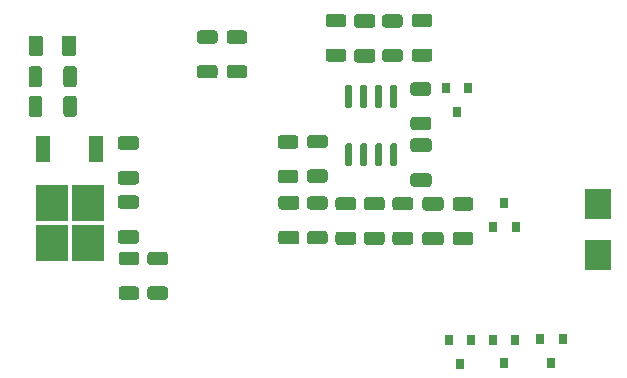
<source format=gbr>
G04 #@! TF.GenerationSoftware,KiCad,Pcbnew,(5.1.8)-1*
G04 #@! TF.CreationDate,2021-04-25T20:11:44+02:00*
G04 #@! TF.ProjectId,FSG_Reference,4653475f-5265-4666-9572-656e63652e6b,rev?*
G04 #@! TF.SameCoordinates,Original*
G04 #@! TF.FileFunction,Paste,Bot*
G04 #@! TF.FilePolarity,Positive*
%FSLAX46Y46*%
G04 Gerber Fmt 4.6, Leading zero omitted, Abs format (unit mm)*
G04 Created by KiCad (PCBNEW (5.1.8)-1) date 2021-04-25 20:11:44*
%MOMM*%
%LPD*%
G01*
G04 APERTURE LIST*
%ADD10R,2.750000X3.050000*%
%ADD11R,1.200000X2.200000*%
%ADD12R,2.300000X2.500000*%
%ADD13R,0.800000X0.900000*%
G04 APERTURE END LIST*
G36*
G01*
X94224001Y-152465200D02*
X92973999Y-152465200D01*
G75*
G02*
X92724000Y-152215201I0J249999D01*
G01*
X92724000Y-151590199D01*
G75*
G02*
X92973999Y-151340200I249999J0D01*
G01*
X94224001Y-151340200D01*
G75*
G02*
X94474000Y-151590199I0J-249999D01*
G01*
X94474000Y-152215201D01*
G75*
G02*
X94224001Y-152465200I-249999J0D01*
G01*
G37*
G36*
G01*
X94224001Y-155390200D02*
X92973999Y-155390200D01*
G75*
G02*
X92724000Y-155140201I0J249999D01*
G01*
X92724000Y-154515199D01*
G75*
G02*
X92973999Y-154265200I249999J0D01*
G01*
X94224001Y-154265200D01*
G75*
G02*
X94474000Y-154515199I0J-249999D01*
G01*
X94474000Y-155140201D01*
G75*
G02*
X94224001Y-155390200I-249999J0D01*
G01*
G37*
D10*
X76632800Y-157100400D03*
X73582800Y-160450400D03*
X73582800Y-157100400D03*
X76632800Y-160450400D03*
D11*
X77387800Y-152475400D03*
X72827800Y-152475400D03*
D12*
X119888000Y-157149800D03*
X119888000Y-161449800D03*
G36*
G01*
X74585400Y-149544801D02*
X74585400Y-148244799D01*
G75*
G02*
X74835399Y-147994800I249999J0D01*
G01*
X75485401Y-147994800D01*
G75*
G02*
X75735400Y-148244799I0J-249999D01*
G01*
X75735400Y-149544801D01*
G75*
G02*
X75485401Y-149794800I-249999J0D01*
G01*
X74835399Y-149794800D01*
G75*
G02*
X74585400Y-149544801I0J249999D01*
G01*
G37*
G36*
G01*
X71635400Y-149544801D02*
X71635400Y-148244799D01*
G75*
G02*
X71885399Y-147994800I249999J0D01*
G01*
X72535401Y-147994800D01*
G75*
G02*
X72785400Y-148244799I0J-249999D01*
G01*
X72785400Y-149544801D01*
G75*
G02*
X72535401Y-149794800I-249999J0D01*
G01*
X71885399Y-149794800D01*
G75*
G02*
X71635400Y-149544801I0J249999D01*
G01*
G37*
D13*
X115910400Y-170605200D03*
X116860400Y-168605200D03*
X114960400Y-168605200D03*
G36*
G01*
X79436199Y-159372400D02*
X80736201Y-159372400D01*
G75*
G02*
X80986200Y-159622399I0J-249999D01*
G01*
X80986200Y-160272401D01*
G75*
G02*
X80736201Y-160522400I-249999J0D01*
G01*
X79436199Y-160522400D01*
G75*
G02*
X79186200Y-160272401I0J249999D01*
G01*
X79186200Y-159622399D01*
G75*
G02*
X79436199Y-159372400I249999J0D01*
G01*
G37*
G36*
G01*
X79436199Y-156422400D02*
X80736201Y-156422400D01*
G75*
G02*
X80986200Y-156672399I0J-249999D01*
G01*
X80986200Y-157322401D01*
G75*
G02*
X80736201Y-157572400I-249999J0D01*
G01*
X79436199Y-157572400D01*
G75*
G02*
X79186200Y-157322401I0J249999D01*
G01*
X79186200Y-156672399D01*
G75*
G02*
X79436199Y-156422400I249999J0D01*
G01*
G37*
G36*
G01*
X99126201Y-157697600D02*
X97876199Y-157697600D01*
G75*
G02*
X97626200Y-157447601I0J249999D01*
G01*
X97626200Y-156822599D01*
G75*
G02*
X97876199Y-156572600I249999J0D01*
G01*
X99126201Y-156572600D01*
G75*
G02*
X99376200Y-156822599I0J-249999D01*
G01*
X99376200Y-157447601D01*
G75*
G02*
X99126201Y-157697600I-249999J0D01*
G01*
G37*
G36*
G01*
X99126201Y-160622600D02*
X97876199Y-160622600D01*
G75*
G02*
X97626200Y-160372601I0J249999D01*
G01*
X97626200Y-159747599D01*
G75*
G02*
X97876199Y-159497600I249999J0D01*
G01*
X99126201Y-159497600D01*
G75*
G02*
X99376200Y-159747599I0J-249999D01*
G01*
X99376200Y-160372601D01*
G75*
G02*
X99126201Y-160622600I-249999J0D01*
G01*
G37*
G36*
G01*
X105476201Y-147980100D02*
X104226199Y-147980100D01*
G75*
G02*
X103976200Y-147730101I0J249999D01*
G01*
X103976200Y-147105099D01*
G75*
G02*
X104226199Y-146855100I249999J0D01*
G01*
X105476201Y-146855100D01*
G75*
G02*
X105726200Y-147105099I0J-249999D01*
G01*
X105726200Y-147730101D01*
G75*
G02*
X105476201Y-147980100I-249999J0D01*
G01*
G37*
G36*
G01*
X105476201Y-150905100D02*
X104226199Y-150905100D01*
G75*
G02*
X103976200Y-150655101I0J249999D01*
G01*
X103976200Y-150030099D01*
G75*
G02*
X104226199Y-149780100I249999J0D01*
G01*
X105476201Y-149780100D01*
G75*
G02*
X105726200Y-150030099I0J-249999D01*
G01*
X105726200Y-150655101D01*
G75*
G02*
X105476201Y-150905100I-249999J0D01*
G01*
G37*
G36*
G01*
X100289199Y-159497600D02*
X101539201Y-159497600D01*
G75*
G02*
X101789200Y-159747599I0J-249999D01*
G01*
X101789200Y-160372601D01*
G75*
G02*
X101539201Y-160622600I-249999J0D01*
G01*
X100289199Y-160622600D01*
G75*
G02*
X100039200Y-160372601I0J249999D01*
G01*
X100039200Y-159747599D01*
G75*
G02*
X100289199Y-159497600I249999J0D01*
G01*
G37*
G36*
G01*
X100289199Y-156572600D02*
X101539201Y-156572600D01*
G75*
G02*
X101789200Y-156822599I0J-249999D01*
G01*
X101789200Y-157447601D01*
G75*
G02*
X101539201Y-157697600I-249999J0D01*
G01*
X100289199Y-157697600D01*
G75*
G02*
X100039200Y-157447601I0J249999D01*
G01*
X100039200Y-156822599D01*
G75*
G02*
X100289199Y-156572600I249999J0D01*
G01*
G37*
G36*
G01*
X103952201Y-157695600D02*
X102702199Y-157695600D01*
G75*
G02*
X102452200Y-157445601I0J249999D01*
G01*
X102452200Y-156820599D01*
G75*
G02*
X102702199Y-156570600I249999J0D01*
G01*
X103952201Y-156570600D01*
G75*
G02*
X104202200Y-156820599I0J-249999D01*
G01*
X104202200Y-157445601D01*
G75*
G02*
X103952201Y-157695600I-249999J0D01*
G01*
G37*
G36*
G01*
X103952201Y-160620600D02*
X102702199Y-160620600D01*
G75*
G02*
X102452200Y-160370601I0J249999D01*
G01*
X102452200Y-159745599D01*
G75*
G02*
X102702199Y-159495600I249999J0D01*
G01*
X103952201Y-159495600D01*
G75*
G02*
X104202200Y-159745599I0J-249999D01*
G01*
X104202200Y-160370601D01*
G75*
G02*
X103952201Y-160620600I-249999J0D01*
G01*
G37*
G36*
G01*
X105577801Y-142192900D02*
X104327799Y-142192900D01*
G75*
G02*
X104077800Y-141942901I0J249999D01*
G01*
X104077800Y-141317899D01*
G75*
G02*
X104327799Y-141067900I249999J0D01*
G01*
X105577801Y-141067900D01*
G75*
G02*
X105827800Y-141317899I0J-249999D01*
G01*
X105827800Y-141942901D01*
G75*
G02*
X105577801Y-142192900I-249999J0D01*
G01*
G37*
G36*
G01*
X105577801Y-145117900D02*
X104327799Y-145117900D01*
G75*
G02*
X104077800Y-144867901I0J249999D01*
G01*
X104077800Y-144242899D01*
G75*
G02*
X104327799Y-143992900I249999J0D01*
G01*
X105577801Y-143992900D01*
G75*
G02*
X105827800Y-144242899I0J-249999D01*
G01*
X105827800Y-144867901D01*
G75*
G02*
X105577801Y-145117900I-249999J0D01*
G01*
G37*
G36*
G01*
X101825899Y-144018300D02*
X103075901Y-144018300D01*
G75*
G02*
X103325900Y-144268299I0J-249999D01*
G01*
X103325900Y-144893301D01*
G75*
G02*
X103075901Y-145143300I-249999J0D01*
G01*
X101825899Y-145143300D01*
G75*
G02*
X101575900Y-144893301I0J249999D01*
G01*
X101575900Y-144268299D01*
G75*
G02*
X101825899Y-144018300I249999J0D01*
G01*
G37*
G36*
G01*
X101825899Y-141093300D02*
X103075901Y-141093300D01*
G75*
G02*
X103325900Y-141343299I0J-249999D01*
G01*
X103325900Y-141968301D01*
G75*
G02*
X103075901Y-142218300I-249999J0D01*
G01*
X101825899Y-142218300D01*
G75*
G02*
X101575900Y-141968301I0J249999D01*
G01*
X101575900Y-141343299D01*
G75*
G02*
X101825899Y-141093300I249999J0D01*
G01*
G37*
G36*
G01*
X109044901Y-157710300D02*
X107794899Y-157710300D01*
G75*
G02*
X107544900Y-157460301I0J249999D01*
G01*
X107544900Y-156835299D01*
G75*
G02*
X107794899Y-156585300I249999J0D01*
G01*
X109044901Y-156585300D01*
G75*
G02*
X109294900Y-156835299I0J-249999D01*
G01*
X109294900Y-157460301D01*
G75*
G02*
X109044901Y-157710300I-249999J0D01*
G01*
G37*
G36*
G01*
X109044901Y-160635300D02*
X107794899Y-160635300D01*
G75*
G02*
X107544900Y-160385301I0J249999D01*
G01*
X107544900Y-159760299D01*
G75*
G02*
X107794899Y-159510300I249999J0D01*
G01*
X109044901Y-159510300D01*
G75*
G02*
X109294900Y-159760299I0J-249999D01*
G01*
X109294900Y-160385301D01*
G75*
G02*
X109044901Y-160635300I-249999J0D01*
G01*
G37*
G36*
G01*
X98288001Y-142192900D02*
X97037999Y-142192900D01*
G75*
G02*
X96788000Y-141942901I0J249999D01*
G01*
X96788000Y-141317899D01*
G75*
G02*
X97037999Y-141067900I249999J0D01*
G01*
X98288001Y-141067900D01*
G75*
G02*
X98538000Y-141317899I0J-249999D01*
G01*
X98538000Y-141942901D01*
G75*
G02*
X98288001Y-142192900I-249999J0D01*
G01*
G37*
G36*
G01*
X98288001Y-145117900D02*
X97037999Y-145117900D01*
G75*
G02*
X96788000Y-144867901I0J249999D01*
G01*
X96788000Y-144242899D01*
G75*
G02*
X97037999Y-143992900I249999J0D01*
G01*
X98288001Y-143992900D01*
G75*
G02*
X98538000Y-144242899I0J-249999D01*
G01*
X98538000Y-144867901D01*
G75*
G02*
X98288001Y-145117900I-249999J0D01*
G01*
G37*
G36*
G01*
X80762001Y-162335100D02*
X79511999Y-162335100D01*
G75*
G02*
X79262000Y-162085101I0J249999D01*
G01*
X79262000Y-161460099D01*
G75*
G02*
X79511999Y-161210100I249999J0D01*
G01*
X80762001Y-161210100D01*
G75*
G02*
X81012000Y-161460099I0J-249999D01*
G01*
X81012000Y-162085101D01*
G75*
G02*
X80762001Y-162335100I-249999J0D01*
G01*
G37*
G36*
G01*
X80762001Y-165260100D02*
X79511999Y-165260100D01*
G75*
G02*
X79262000Y-165010101I0J249999D01*
G01*
X79262000Y-164385099D01*
G75*
G02*
X79511999Y-164135100I249999J0D01*
G01*
X80762001Y-164135100D01*
G75*
G02*
X81012000Y-164385099I0J-249999D01*
G01*
X81012000Y-165010101D01*
G75*
G02*
X80762001Y-165260100I-249999J0D01*
G01*
G37*
G36*
G01*
X81950399Y-164135100D02*
X83200401Y-164135100D01*
G75*
G02*
X83450400Y-164385099I0J-249999D01*
G01*
X83450400Y-165010101D01*
G75*
G02*
X83200401Y-165260100I-249999J0D01*
G01*
X81950399Y-165260100D01*
G75*
G02*
X81700400Y-165010101I0J249999D01*
G01*
X81700400Y-164385099D01*
G75*
G02*
X81950399Y-164135100I249999J0D01*
G01*
G37*
G36*
G01*
X81950399Y-161210100D02*
X83200401Y-161210100D01*
G75*
G02*
X83450400Y-161460099I0J-249999D01*
G01*
X83450400Y-162085101D01*
G75*
G02*
X83200401Y-162335100I-249999J0D01*
G01*
X81950399Y-162335100D01*
G75*
G02*
X81700400Y-162085101I0J249999D01*
G01*
X81700400Y-161460099D01*
G75*
G02*
X81950399Y-161210100I249999J0D01*
G01*
G37*
G36*
G01*
X89906001Y-143585900D02*
X88655999Y-143585900D01*
G75*
G02*
X88406000Y-143335901I0J249999D01*
G01*
X88406000Y-142710899D01*
G75*
G02*
X88655999Y-142460900I249999J0D01*
G01*
X89906001Y-142460900D01*
G75*
G02*
X90156000Y-142710899I0J-249999D01*
G01*
X90156000Y-143335901D01*
G75*
G02*
X89906001Y-143585900I-249999J0D01*
G01*
G37*
G36*
G01*
X89906001Y-146510900D02*
X88655999Y-146510900D01*
G75*
G02*
X88406000Y-146260901I0J249999D01*
G01*
X88406000Y-145635899D01*
G75*
G02*
X88655999Y-145385900I249999J0D01*
G01*
X89906001Y-145385900D01*
G75*
G02*
X90156000Y-145635899I0J-249999D01*
G01*
X90156000Y-146260901D01*
G75*
G02*
X89906001Y-146510900I-249999J0D01*
G01*
G37*
G36*
G01*
X87391401Y-143585900D02*
X86141399Y-143585900D01*
G75*
G02*
X85891400Y-143335901I0J249999D01*
G01*
X85891400Y-142710899D01*
G75*
G02*
X86141399Y-142460900I249999J0D01*
G01*
X87391401Y-142460900D01*
G75*
G02*
X87641400Y-142710899I0J-249999D01*
G01*
X87641400Y-143335901D01*
G75*
G02*
X87391401Y-143585900I-249999J0D01*
G01*
G37*
G36*
G01*
X87391401Y-146510900D02*
X86141399Y-146510900D01*
G75*
G02*
X85891400Y-146260901I0J249999D01*
G01*
X85891400Y-145635899D01*
G75*
G02*
X86141399Y-145385900I249999J0D01*
G01*
X87391401Y-145385900D01*
G75*
G02*
X87641400Y-145635899I0J-249999D01*
G01*
X87641400Y-146260901D01*
G75*
G02*
X87391401Y-146510900I-249999J0D01*
G01*
G37*
G36*
G01*
X105526601Y-152746400D02*
X104226599Y-152746400D01*
G75*
G02*
X103976600Y-152496401I0J249999D01*
G01*
X103976600Y-151846399D01*
G75*
G02*
X104226599Y-151596400I249999J0D01*
G01*
X105526601Y-151596400D01*
G75*
G02*
X105776600Y-151846399I0J-249999D01*
G01*
X105776600Y-152496401D01*
G75*
G02*
X105526601Y-152746400I-249999J0D01*
G01*
G37*
G36*
G01*
X105526601Y-155696400D02*
X104226599Y-155696400D01*
G75*
G02*
X103976600Y-155446401I0J249999D01*
G01*
X103976600Y-154796399D01*
G75*
G02*
X104226599Y-154546400I249999J0D01*
G01*
X105526601Y-154546400D01*
G75*
G02*
X105776600Y-154796399I0J-249999D01*
G01*
X105776600Y-155446401D01*
G75*
G02*
X105526601Y-155696400I-249999J0D01*
G01*
G37*
G36*
G01*
X80736201Y-152566800D02*
X79436199Y-152566800D01*
G75*
G02*
X79186200Y-152316801I0J249999D01*
G01*
X79186200Y-151666799D01*
G75*
G02*
X79436199Y-151416800I249999J0D01*
G01*
X80736201Y-151416800D01*
G75*
G02*
X80986200Y-151666799I0J-249999D01*
G01*
X80986200Y-152316801D01*
G75*
G02*
X80736201Y-152566800I-249999J0D01*
G01*
G37*
G36*
G01*
X80736201Y-155516800D02*
X79436199Y-155516800D01*
G75*
G02*
X79186200Y-155266801I0J249999D01*
G01*
X79186200Y-154616799D01*
G75*
G02*
X79436199Y-154366800I249999J0D01*
G01*
X80736201Y-154366800D01*
G75*
G02*
X80986200Y-154616799I0J-249999D01*
G01*
X80986200Y-155266801D01*
G75*
G02*
X80736201Y-155516800I-249999J0D01*
G01*
G37*
G36*
G01*
X100751401Y-142230800D02*
X99451399Y-142230800D01*
G75*
G02*
X99201400Y-141980801I0J249999D01*
G01*
X99201400Y-141330799D01*
G75*
G02*
X99451399Y-141080800I249999J0D01*
G01*
X100751401Y-141080800D01*
G75*
G02*
X101001400Y-141330799I0J-249999D01*
G01*
X101001400Y-141980801D01*
G75*
G02*
X100751401Y-142230800I-249999J0D01*
G01*
G37*
G36*
G01*
X100751401Y-145180800D02*
X99451399Y-145180800D01*
G75*
G02*
X99201400Y-144930801I0J249999D01*
G01*
X99201400Y-144280799D01*
G75*
G02*
X99451399Y-144030800I249999J0D01*
G01*
X100751401Y-144030800D01*
G75*
G02*
X101001400Y-144280799I0J-249999D01*
G01*
X101001400Y-144930801D01*
G75*
G02*
X100751401Y-145180800I-249999J0D01*
G01*
G37*
G36*
G01*
X74585400Y-147030201D02*
X74585400Y-145730199D01*
G75*
G02*
X74835399Y-145480200I249999J0D01*
G01*
X75485401Y-145480200D01*
G75*
G02*
X75735400Y-145730199I0J-249999D01*
G01*
X75735400Y-147030201D01*
G75*
G02*
X75485401Y-147280200I-249999J0D01*
G01*
X74835399Y-147280200D01*
G75*
G02*
X74585400Y-147030201I0J249999D01*
G01*
G37*
G36*
G01*
X71635400Y-147030201D02*
X71635400Y-145730199D01*
G75*
G02*
X71885399Y-145480200I249999J0D01*
G01*
X72535401Y-145480200D01*
G75*
G02*
X72785400Y-145730199I0J-249999D01*
G01*
X72785400Y-147030201D01*
G75*
G02*
X72535401Y-147280200I-249999J0D01*
G01*
X71885399Y-147280200D01*
G75*
G02*
X71635400Y-147030201I0J249999D01*
G01*
G37*
G36*
G01*
X98579800Y-152009200D02*
X98879800Y-152009200D01*
G75*
G02*
X99029800Y-152159200I0J-150000D01*
G01*
X99029800Y-153809200D01*
G75*
G02*
X98879800Y-153959200I-150000J0D01*
G01*
X98579800Y-153959200D01*
G75*
G02*
X98429800Y-153809200I0J150000D01*
G01*
X98429800Y-152159200D01*
G75*
G02*
X98579800Y-152009200I150000J0D01*
G01*
G37*
G36*
G01*
X99849800Y-152009200D02*
X100149800Y-152009200D01*
G75*
G02*
X100299800Y-152159200I0J-150000D01*
G01*
X100299800Y-153809200D01*
G75*
G02*
X100149800Y-153959200I-150000J0D01*
G01*
X99849800Y-153959200D01*
G75*
G02*
X99699800Y-153809200I0J150000D01*
G01*
X99699800Y-152159200D01*
G75*
G02*
X99849800Y-152009200I150000J0D01*
G01*
G37*
G36*
G01*
X101119800Y-152009200D02*
X101419800Y-152009200D01*
G75*
G02*
X101569800Y-152159200I0J-150000D01*
G01*
X101569800Y-153809200D01*
G75*
G02*
X101419800Y-153959200I-150000J0D01*
G01*
X101119800Y-153959200D01*
G75*
G02*
X100969800Y-153809200I0J150000D01*
G01*
X100969800Y-152159200D01*
G75*
G02*
X101119800Y-152009200I150000J0D01*
G01*
G37*
G36*
G01*
X102389800Y-152009200D02*
X102689800Y-152009200D01*
G75*
G02*
X102839800Y-152159200I0J-150000D01*
G01*
X102839800Y-153809200D01*
G75*
G02*
X102689800Y-153959200I-150000J0D01*
G01*
X102389800Y-153959200D01*
G75*
G02*
X102239800Y-153809200I0J150000D01*
G01*
X102239800Y-152159200D01*
G75*
G02*
X102389800Y-152009200I150000J0D01*
G01*
G37*
G36*
G01*
X102389800Y-147059200D02*
X102689800Y-147059200D01*
G75*
G02*
X102839800Y-147209200I0J-150000D01*
G01*
X102839800Y-148859200D01*
G75*
G02*
X102689800Y-149009200I-150000J0D01*
G01*
X102389800Y-149009200D01*
G75*
G02*
X102239800Y-148859200I0J150000D01*
G01*
X102239800Y-147209200D01*
G75*
G02*
X102389800Y-147059200I150000J0D01*
G01*
G37*
G36*
G01*
X101119800Y-147059200D02*
X101419800Y-147059200D01*
G75*
G02*
X101569800Y-147209200I0J-150000D01*
G01*
X101569800Y-148859200D01*
G75*
G02*
X101419800Y-149009200I-150000J0D01*
G01*
X101119800Y-149009200D01*
G75*
G02*
X100969800Y-148859200I0J150000D01*
G01*
X100969800Y-147209200D01*
G75*
G02*
X101119800Y-147059200I150000J0D01*
G01*
G37*
G36*
G01*
X99849800Y-147059200D02*
X100149800Y-147059200D01*
G75*
G02*
X100299800Y-147209200I0J-150000D01*
G01*
X100299800Y-148859200D01*
G75*
G02*
X100149800Y-149009200I-150000J0D01*
G01*
X99849800Y-149009200D01*
G75*
G02*
X99699800Y-148859200I0J150000D01*
G01*
X99699800Y-147209200D01*
G75*
G02*
X99849800Y-147059200I150000J0D01*
G01*
G37*
G36*
G01*
X98579800Y-147059200D02*
X98879800Y-147059200D01*
G75*
G02*
X99029800Y-147209200I0J-150000D01*
G01*
X99029800Y-148859200D01*
G75*
G02*
X98879800Y-149009200I-150000J0D01*
G01*
X98579800Y-149009200D01*
G75*
G02*
X98429800Y-148859200I0J150000D01*
G01*
X98429800Y-147209200D01*
G75*
G02*
X98579800Y-147059200I150000J0D01*
G01*
G37*
G36*
G01*
X96713201Y-157634100D02*
X95463199Y-157634100D01*
G75*
G02*
X95213200Y-157384101I0J249999D01*
G01*
X95213200Y-156759099D01*
G75*
G02*
X95463199Y-156509100I249999J0D01*
G01*
X96713201Y-156509100D01*
G75*
G02*
X96963200Y-156759099I0J-249999D01*
G01*
X96963200Y-157384101D01*
G75*
G02*
X96713201Y-157634100I-249999J0D01*
G01*
G37*
G36*
G01*
X96713201Y-160559100D02*
X95463199Y-160559100D01*
G75*
G02*
X95213200Y-160309101I0J249999D01*
G01*
X95213200Y-159684099D01*
G75*
G02*
X95463199Y-159434100I249999J0D01*
G01*
X96713201Y-159434100D01*
G75*
G02*
X96963200Y-159684099I0J-249999D01*
G01*
X96963200Y-160309101D01*
G75*
G02*
X96713201Y-160559100I-249999J0D01*
G01*
G37*
G36*
G01*
X96713201Y-152429100D02*
X95463199Y-152429100D01*
G75*
G02*
X95213200Y-152179101I0J249999D01*
G01*
X95213200Y-151554099D01*
G75*
G02*
X95463199Y-151304100I249999J0D01*
G01*
X96713201Y-151304100D01*
G75*
G02*
X96963200Y-151554099I0J-249999D01*
G01*
X96963200Y-152179101D01*
G75*
G02*
X96713201Y-152429100I-249999J0D01*
G01*
G37*
G36*
G01*
X96713201Y-155354100D02*
X95463199Y-155354100D01*
G75*
G02*
X95213200Y-155104101I0J249999D01*
G01*
X95213200Y-154479099D01*
G75*
G02*
X95463199Y-154229100I249999J0D01*
G01*
X96713201Y-154229100D01*
G75*
G02*
X96963200Y-154479099I0J-249999D01*
G01*
X96963200Y-155104101D01*
G75*
G02*
X96713201Y-155354100I-249999J0D01*
G01*
G37*
X108178600Y-170672000D03*
X109128600Y-168672000D03*
X107228600Y-168672000D03*
X107899200Y-149336000D03*
X108849200Y-147336000D03*
X106949200Y-147336000D03*
X111927600Y-157105600D03*
X110977600Y-159105600D03*
X112877600Y-159105600D03*
G36*
G01*
X74438000Y-144389000D02*
X74438000Y-143139000D01*
G75*
G02*
X74688000Y-142889000I250000J0D01*
G01*
X75438000Y-142889000D01*
G75*
G02*
X75688000Y-143139000I0J-250000D01*
G01*
X75688000Y-144389000D01*
G75*
G02*
X75438000Y-144639000I-250000J0D01*
G01*
X74688000Y-144639000D01*
G75*
G02*
X74438000Y-144389000I0J250000D01*
G01*
G37*
G36*
G01*
X71638000Y-144389000D02*
X71638000Y-143139000D01*
G75*
G02*
X71888000Y-142889000I250000J0D01*
G01*
X72638000Y-142889000D01*
G75*
G02*
X72888000Y-143139000I0J-250000D01*
G01*
X72888000Y-144389000D01*
G75*
G02*
X72638000Y-144639000I-250000J0D01*
G01*
X71888000Y-144639000D01*
G75*
G02*
X71638000Y-144389000I0J250000D01*
G01*
G37*
G36*
G01*
X93025199Y-159421400D02*
X94325201Y-159421400D01*
G75*
G02*
X94575200Y-159671399I0J-249999D01*
G01*
X94575200Y-160321401D01*
G75*
G02*
X94325201Y-160571400I-249999J0D01*
G01*
X93025199Y-160571400D01*
G75*
G02*
X92775200Y-160321401I0J249999D01*
G01*
X92775200Y-159671399D01*
G75*
G02*
X93025199Y-159421400I249999J0D01*
G01*
G37*
G36*
G01*
X93025199Y-156471400D02*
X94325201Y-156471400D01*
G75*
G02*
X94575200Y-156721399I0J-249999D01*
G01*
X94575200Y-157371401D01*
G75*
G02*
X94325201Y-157621400I-249999J0D01*
G01*
X93025199Y-157621400D01*
G75*
G02*
X92775200Y-157371401I0J249999D01*
G01*
X92775200Y-156721399D01*
G75*
G02*
X93025199Y-156471400I249999J0D01*
G01*
G37*
G36*
G01*
X105229899Y-159510300D02*
X106529901Y-159510300D01*
G75*
G02*
X106779900Y-159760299I0J-249999D01*
G01*
X106779900Y-160410301D01*
G75*
G02*
X106529901Y-160660300I-249999J0D01*
G01*
X105229899Y-160660300D01*
G75*
G02*
X104979900Y-160410301I0J249999D01*
G01*
X104979900Y-159760299D01*
G75*
G02*
X105229899Y-159510300I249999J0D01*
G01*
G37*
G36*
G01*
X105229899Y-156560300D02*
X106529901Y-156560300D01*
G75*
G02*
X106779900Y-156810299I0J-249999D01*
G01*
X106779900Y-157460301D01*
G75*
G02*
X106529901Y-157710300I-249999J0D01*
G01*
X105229899Y-157710300D01*
G75*
G02*
X104979900Y-157460301I0J249999D01*
G01*
X104979900Y-156810299D01*
G75*
G02*
X105229899Y-156560300I249999J0D01*
G01*
G37*
X111902200Y-170656000D03*
X112852200Y-168656000D03*
X110952200Y-168656000D03*
M02*

</source>
